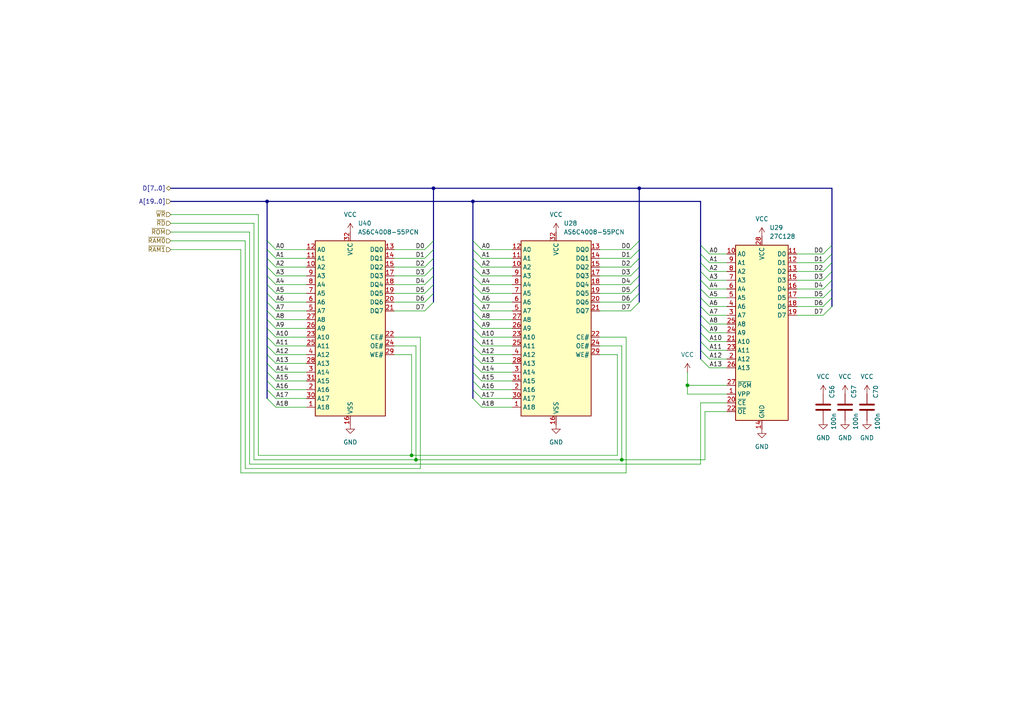
<source format=kicad_sch>
(kicad_sch (version 20250114) (generator "eeschema") (generator_version "9.0")
  (paper "A4")
  (title_block (title "Memory") (date "2025-06-18") (rev "A") (company "A.K."))
  (lib_symbols
    (symbol "Device:C" (pin_numbers (hide yes)) (pin_names (offset 0.254))
      (property "Reference" "C" (at 0.635 2.54 0))
      (property "Value" "C" (at 0.635 -2.54 0))
      (symbol "C_0_1"
        (polyline (pts (xy -2.032 0.762) (xy 2.032 0.762)) (stroke (width 0.508)))
        (polyline (pts (xy -2.032 -0.762) (xy 2.032 -0.762)) (stroke (width 0.508)))
      )
      (symbol "C_1_1"
        (pin passive line (at 0 3.81 270) (length 2.794) (name "~") (number "1"))
        (pin passive line (at 0 -3.81 90) (length 2.794) (name "~") (number "2"))
      )
    )
    (symbol "Memory_EPROM:27C128"
      (property "Reference" "U" (at -7.62 26.67 0))
      (property "Value" "27C128" (at 2.54 -26.67 0))
      (symbol "27C128_1_1"
        (rectangle (start -7.62 25.4) (end 7.62 -25.4) (stroke (width 0.254)) (fill (type background)))
        (pin input line (at -10.16 22.86 0) (length 2.54) (name "A0") (number "10"))
        (pin input line (at -10.16 20.32 0) (length 2.54) (name "A1") (number "9"))
        (pin input line (at -10.16 17.78 0) (length 2.54) (name "A2") (number "8"))
        (pin input line (at -10.16 15.24 0) (length 2.54) (name "A3") (number "7"))
        (pin input line (at -10.16 12.7 0) (length 2.54) (name "A4") (number "6"))
        (pin input line (at -10.16 10.16 0) (length 2.54) (name "A5") (number "5"))
        (pin input line (at -10.16 7.62 0) (length 2.54) (name "A6") (number "4"))
        (pin input line (at -10.16 5.08 0) (length 2.54) (name "A7") (number "3"))
        (pin input line (at -10.16 2.54 0) (length 2.54) (name "A8") (number "25"))
        (pin input line (at -10.16 0 0) (length 2.54) (name "A9") (number "24"))
        (pin input line (at -10.16 -2.54 0) (length 2.54) (name "A10") (number "21"))
        (pin input line (at -10.16 -5.08 0) (length 2.54) (name "A11") (number "23"))
        (pin input line (at -10.16 -7.62 0) (length 2.54) (name "A12") (number "2"))
        (pin input line (at -10.16 -10.16 0) (length 2.54) (name "A13") (number "26"))
        (pin input line (at -10.16 -15.24 0) (length 2.54) (name "~{PGM}") (number "27"))
        (pin input line (at -10.16 -17.78 0) (length 2.54) (name "VPP") (number "1"))
        (pin input line (at -10.16 -20.32 0) (length 2.54) (name "~{CE}") (number "20"))
        (pin input line (at -10.16 -22.86 0) (length 2.54) (name "~{OE}") (number "22"))
        (pin power_in line (at 0 27.94 270) (length 2.54) (name "VCC") (number "28"))
        (pin power_in line (at 0 -27.94 90) (length 2.54) (name "GND") (number "14"))
        (pin tri_state line (at 10.16 22.86 180) (length 2.54) (name "D0") (number "11"))
        (pin tri_state line (at 10.16 20.32 180) (length 2.54) (name "D1") (number "12"))
        (pin tri_state line (at 10.16 17.78 180) (length 2.54) (name "D2") (number "13"))
        (pin tri_state line (at 10.16 15.24 180) (length 2.54) (name "D3") (number "15"))
        (pin tri_state line (at 10.16 12.7 180) (length 2.54) (name "D4") (number "16"))
        (pin tri_state line (at 10.16 10.16 180) (length 2.54) (name "D5") (number "17"))
        (pin tri_state line (at 10.16 7.62 180) (length 2.54) (name "D6") (number "18"))
        (pin tri_state line (at 10.16 5.08 180) (length 2.54) (name "D7") (number "19"))
      )
    )
    (symbol "Memory_RAM:AS6C4008-55PCN"
      (property "Reference" "U" (at -10.16 26.035 0))
      (property "Value" "AS6C4008-55PCN" (at 2.54 26.035 0))
      (symbol "AS6C4008-55PCN_0_0"
        (pin power_in line (at 0 27.94 270) (length 2.54) (name "VCC") (number "32"))
        (pin power_in line (at 0 -27.94 90) (length 2.54) (name "VSS") (number "16"))
      )
      (symbol "AS6C4008-55PCN_0_1"
        (rectangle (start -10.16 25.4) (end 10.16 -25.4) (stroke (width 0.254)) (fill (type background)))
      )
      (symbol "AS6C4008-55PCN_1_1"
        (pin input line (at -12.7 22.86 0) (length 2.54) (name "A0") (number "12"))
        (pin input line (at -12.7 20.32 0) (length 2.54) (name "A1") (number "11"))
        (pin input line (at -12.7 17.78 0) (length 2.54) (name "A2") (number "10"))
        (pin input line (at -12.7 15.24 0) (length 2.54) (name "A3") (number "9"))
        (pin input line (at -12.7 12.7 0) (length 2.54) (name "A4") (number "8"))
        (pin input line (at -12.7 10.16 0) (length 2.54) (name "A5") (number "7"))
        (pin input line (at -12.7 7.62 0) (length 2.54) (name "A6") (number "6"))
        (pin input line (at -12.7 5.08 0) (length 2.54) (name "A7") (number "5"))
        (pin input line (at -12.7 2.54 0) (length 2.54) (name "A8") (number "27"))
        (pin input line (at -12.7 0 0) (length 2.54) (name "A9") (number "26"))
        (pin input line (at -12.7 -2.54 0) (length 2.54) (name "A10") (number "23"))
        (pin input line (at -12.7 -5.08 0) (length 2.54) (name "A11") (number "25"))
        (pin input line (at -12.7 -7.62 0) (length 2.54) (name "A12") (number "4"))
        (pin input line (at -12.7 -10.16 0) (length 2.54) (name "A13") (number "28"))
        (pin input line (at -12.7 -12.7 0) (length 2.54) (name "A14") (number "3"))
        (pin input line (at -12.7 -15.24 0) (length 2.54) (name "A15") (number "31"))
        (pin input line (at -12.7 -17.78 0) (length 2.54) (name "A16") (number "2"))
        (pin input line (at -12.7 -20.32 0) (length 2.54) (name "A17") (number "30"))
        (pin input line (at -12.7 -22.86 0) (length 2.54) (name "A18") (number "1"))
        (pin tri_state line (at 12.7 22.86 180) (length 2.54) (name "DQ0") (number "13"))
        (pin tri_state line (at 12.7 20.32 180) (length 2.54) (name "DQ1") (number "14"))
        (pin tri_state line (at 12.7 17.78 180) (length 2.54) (name "DQ2") (number "15"))
        (pin tri_state line (at 12.7 15.24 180) (length 2.54) (name "DQ3") (number "17"))
        (pin tri_state line (at 12.7 12.7 180) (length 2.54) (name "DQ4") (number "18"))
        (pin tri_state line (at 12.7 10.16 180) (length 2.54) (name "DQ5") (number "19"))
        (pin tri_state line (at 12.7 7.62 180) (length 2.54) (name "DQ6") (number "20"))
        (pin tri_state line (at 12.7 5.08 180) (length 2.54) (name "DQ7") (number "21"))
        (pin input line (at 12.7 -2.54 180) (length 2.54) (name "CE#") (number "22"))
        (pin input line (at 12.7 -5.08 180) (length 2.54) (name "OE#") (number "24"))
        (pin input line (at 12.7 -7.62 180) (length 2.54) (name "WE#") (number "29"))
      )
    )
    (symbol "power:GND" (power) (pin_numbers (hide yes)) (pin_names (offset 0) (hide yes))
      (property "Value" "GND" (at 0 -3.81 0))
      (symbol "GND_0_1"
        (polyline (pts (xy 0 0) (xy 0 -1.27) (xy 1.27 -1.27) (xy 0 -2.54) (xy -1.27 -1.27) (xy 0 -1.27)))
      )
      (symbol "GND_1_1"
        (pin power_in line (at 0 0 270) (length 0) (name "~") (number "1"))
      )
    )
    (symbol "power:VCC" (power) (pin_numbers (hide yes)) (pin_names (offset 0) (hide yes))
      (property "Value" "VCC" (at 0 3.556 0))
      (symbol "VCC_0_1"
        (polyline (pts (xy -0.762 1.27) (xy 0 2.54)))
        (polyline (pts (xy 0 2.54) (xy 0.762 1.27)))
        (polyline (pts (xy 0 0) (xy 0 2.54)))
      )
      (symbol "VCC_1_1"
        (pin power_in line (at 0 0 90) (length 0) (name "~") (number "1"))
      )
    )
  )
  (junction (at 125.73 54.61))
  (junction (at 185.42 54.61))
  (junction (at 199.39 111.76))
  (junction (at 180.34 133.35))
  (junction (at 77.47 58.42))
  (junction (at 119.38 132.08))
  (junction (at 137.16 58.42))
  (junction (at 120.65 133.35))
  (bus_entry (at 77.47 100.33) (size 2.54 2.54))
  (bus_entry (at 137.16 74.93) (size 2.54 2.54))
  (bus_entry (at 77.47 92.71) (size 2.54 2.54))
  (bus_entry (at 241.3 86.36) (size -2.54 2.54))
  (bus_entry (at 203.2 71.12) (size 2.54 2.54))
  (bus_entry (at 241.3 78.74) (size -2.54 2.54))
  (bus_entry (at 125.73 74.93) (size -2.54 2.54))
  (bus_entry (at 203.2 76.2) (size 2.54 2.54))
  (bus_entry (at 203.2 88.9) (size 2.54 2.54))
  (bus_entry (at 125.73 85.09) (size -2.54 2.54))
  (bus_entry (at 77.47 77.47) (size 2.54 2.54))
  (bus_entry (at 77.47 110.49) (size 2.54 2.54))
  (bus_entry (at 137.16 77.47) (size 2.54 2.54))
  (bus_entry (at 203.2 83.82) (size 2.54 2.54))
  (bus_entry (at 203.2 91.44) (size 2.54 2.54))
  (bus_entry (at 137.16 107.95) (size 2.54 2.54))
  (bus_entry (at 137.16 110.49) (size 2.54 2.54))
  (bus_entry (at 185.42 85.09) (size -2.54 2.54))
  (bus_entry (at 77.47 74.93) (size 2.54 2.54))
  (bus_entry (at 137.16 82.55) (size 2.54 2.54))
  (bus_entry (at 185.42 74.93) (size -2.54 2.54))
  (bus_entry (at 137.16 115.57) (size 2.54 2.54))
  (bus_entry (at 241.3 83.82) (size -2.54 2.54))
  (bus_entry (at 137.16 102.87) (size 2.54 2.54))
  (bus_entry (at 77.47 87.63) (size 2.54 2.54))
  (bus_entry (at 203.2 99.06) (size 2.54 2.54))
  (bus_entry (at 203.2 78.74) (size 2.54 2.54))
  (bus_entry (at 137.16 105.41) (size 2.54 2.54))
  (bus_entry (at 77.47 102.87) (size 2.54 2.54))
  (bus_entry (at 137.16 85.09) (size 2.54 2.54))
  (bus_entry (at 203.2 93.98) (size 2.54 2.54))
  (bus_entry (at 77.47 69.85) (size 2.54 2.54))
  (bus_entry (at 137.16 69.85) (size 2.54 2.54))
  (bus_entry (at 137.16 95.25) (size 2.54 2.54))
  (bus_entry (at 137.16 92.71) (size 2.54 2.54))
  (bus_entry (at 185.42 69.85) (size -2.54 2.54))
  (bus_entry (at 203.2 104.14) (size 2.54 2.54))
  (bus_entry (at 125.73 72.39) (size -2.54 2.54))
  (bus_entry (at 185.42 82.55) (size -2.54 2.54))
  (bus_entry (at 241.3 88.9) (size -2.54 2.54))
  (bus_entry (at 203.2 73.66) (size 2.54 2.54))
  (bus_entry (at 77.47 72.39) (size 2.54 2.54))
  (bus_entry (at 125.73 82.55) (size -2.54 2.54))
  (bus_entry (at 241.3 71.12) (size -2.54 2.54))
  (bus_entry (at 77.47 115.57) (size 2.54 2.54))
  (bus_entry (at 203.2 96.52) (size 2.54 2.54))
  (bus_entry (at 137.16 80.01) (size 2.54 2.54))
  (bus_entry (at 137.16 113.03) (size 2.54 2.54))
  (bus_entry (at 125.73 87.63) (size -2.54 2.54))
  (bus_entry (at 241.3 73.66) (size -2.54 2.54))
  (bus_entry (at 203.2 86.36) (size 2.54 2.54))
  (bus_entry (at 203.2 81.28) (size 2.54 2.54))
  (bus_entry (at 137.16 90.17) (size 2.54 2.54))
  (bus_entry (at 241.3 81.28) (size -2.54 2.54))
  (bus_entry (at 77.47 80.01) (size 2.54 2.54))
  (bus_entry (at 137.16 100.33) (size 2.54 2.54))
  (bus_entry (at 137.16 87.63) (size 2.54 2.54))
  (bus_entry (at 125.73 69.85) (size -2.54 2.54))
  (bus_entry (at 241.3 76.2) (size -2.54 2.54))
  (bus_entry (at 137.16 72.39) (size 2.54 2.54))
  (bus_entry (at 77.47 107.95) (size 2.54 2.54))
  (bus_entry (at 77.47 95.25) (size 2.54 2.54))
  (bus_entry (at 185.42 77.47) (size -2.54 2.54))
  (bus_entry (at 125.73 80.01) (size -2.54 2.54))
  (bus_entry (at 77.47 105.41) (size 2.54 2.54))
  (bus_entry (at 77.47 82.55) (size 2.54 2.54))
  (bus_entry (at 185.42 80.01) (size -2.54 2.54))
  (bus_entry (at 203.2 101.6) (size 2.54 2.54))
  (bus_entry (at 137.16 97.79) (size 2.54 2.54))
  (bus_entry (at 77.47 113.03) (size 2.54 2.54))
  (bus_entry (at 77.47 97.79) (size 2.54 2.54))
  (bus_entry (at 77.47 85.09) (size 2.54 2.54))
  (bus_entry (at 125.73 77.47) (size -2.54 2.54))
  (bus_entry (at 77.47 90.17) (size 2.54 2.54))
  (bus_entry (at 185.42 72.39) (size -2.54 2.54))
  (bus_entry (at 185.42 87.63) (size -2.54 2.54))
  (wire (pts (xy 205.74 78.74) (xy 210.82 78.74)))
  (bus (pts (xy 137.16 72.39) (xy 137.16 74.93)))
  (bus (pts (xy 185.42 69.85) (xy 185.42 72.39)))
  (bus (pts (xy 137.16 58.42) (xy 203.2 58.42)))
  (bus (pts (xy 137.16 85.09) (xy 137.16 87.63)))
  (bus (pts (xy 137.16 74.93) (xy 137.16 77.47)))
  (wire (pts (xy 139.7 118.11) (xy 148.59 118.11)))
  (bus (pts (xy 125.73 54.61) (xy 185.42 54.61)))
  (wire (pts (xy 173.99 77.47) (xy 182.88 77.47)))
  (wire (pts (xy 231.14 78.74) (xy 238.76 78.74)))
  (wire (pts (xy 180.34 100.33) (xy 173.99 100.33)))
  (bus (pts (xy 137.16 90.17) (xy 137.16 92.71)))
  (bus (pts (xy 203.2 76.2) (xy 203.2 78.74)))
  (bus (pts (xy 203.2 101.6) (xy 203.2 104.14)))
  (wire (pts (xy 114.3 85.09) (xy 123.19 85.09)))
  (wire (pts (xy 80.01 87.63) (xy 88.9 87.63)))
  (wire (pts (xy 173.99 72.39) (xy 182.88 72.39)))
  (bus (pts (xy 241.3 54.61) (xy 241.3 71.12)))
  (wire (pts (xy 80.01 74.93) (xy 88.9 74.93)))
  (bus (pts (xy 185.42 72.39) (xy 185.42 74.93)))
  (wire (pts (xy 49.53 72.39) (xy 69.85 72.39)))
  (bus (pts (xy 241.3 81.28) (xy 241.3 83.82)))
  (wire (pts (xy 72.39 67.31) (xy 72.39 134.62)))
  (wire (pts (xy 121.92 97.79) (xy 114.3 97.79)))
  (bus (pts (xy 137.16 110.49) (xy 137.16 113.03)))
  (wire (pts (xy 80.01 85.09) (xy 88.9 85.09)))
  (wire (pts (xy 205.74 106.68) (xy 210.82 106.68)))
  (bus (pts (xy 137.16 95.25) (xy 137.16 97.79)))
  (wire (pts (xy 203.2 116.84) (xy 210.82 116.84)))
  (bus (pts (xy 125.73 82.55) (xy 125.73 85.09)))
  (wire (pts (xy 203.2 134.62) (xy 203.2 116.84)))
  (wire (pts (xy 74.93 62.23) (xy 74.93 132.08)))
  (bus (pts (xy 125.73 77.47) (xy 125.73 80.01)))
  (wire (pts (xy 179.07 132.08) (xy 179.07 102.87)))
  (wire (pts (xy 205.74 76.2) (xy 210.82 76.2)))
  (wire (pts (xy 205.74 73.66) (xy 210.82 73.66)))
  (wire (pts (xy 231.14 88.9) (xy 238.76 88.9)))
  (wire (pts (xy 139.7 74.93) (xy 148.59 74.93)))
  (bus (pts (xy 77.47 100.33) (xy 77.47 102.87)))
  (wire (pts (xy 231.14 91.44) (xy 238.76 91.44)))
  (wire (pts (xy 80.01 105.41) (xy 88.9 105.41)))
  (bus (pts (xy 49.53 58.42) (xy 77.47 58.42)))
  (wire (pts (xy 72.39 134.62) (xy 203.2 134.62)))
  (bus (pts (xy 203.2 96.52) (xy 203.2 99.06)))
  (wire (pts (xy 204.47 133.35) (xy 204.47 119.38)))
  (wire (pts (xy 139.7 77.47) (xy 148.59 77.47)))
  (wire (pts (xy 199.39 111.76) (xy 199.39 107.95)))
  (bus (pts (xy 77.47 87.63) (xy 77.47 90.17)))
  (wire (pts (xy 173.99 90.17) (xy 182.88 90.17)))
  (wire (pts (xy 231.14 86.36) (xy 238.76 86.36)))
  (wire (pts (xy 139.7 82.55) (xy 148.59 82.55)))
  (wire (pts (xy 231.14 81.28) (xy 238.76 81.28)))
  (wire (pts (xy 205.74 86.36) (xy 210.82 86.36)))
  (bus (pts (xy 77.47 113.03) (xy 77.47 115.57)))
  (wire (pts (xy 231.14 73.66) (xy 238.76 73.66)))
  (wire (pts (xy 139.7 95.25) (xy 148.59 95.25)))
  (wire (pts (xy 210.82 114.3) (xy 199.39 114.3)))
  (wire (pts (xy 80.01 118.11) (xy 88.9 118.11)))
  (bus (pts (xy 137.16 100.33) (xy 137.16 102.87)))
  (wire (pts (xy 80.01 72.39) (xy 88.9 72.39)))
  (wire (pts (xy 114.3 87.63) (xy 123.19 87.63)))
  (wire (pts (xy 139.7 115.57) (xy 148.59 115.57)))
  (bus (pts (xy 77.47 105.41) (xy 77.47 107.95)))
  (bus (pts (xy 185.42 80.01) (xy 185.42 82.55)))
  (wire (pts (xy 139.7 100.33) (xy 148.59 100.33)))
  (wire (pts (xy 204.47 119.38) (xy 210.82 119.38)))
  (bus (pts (xy 137.16 92.71) (xy 137.16 95.25)))
  (bus (pts (xy 77.47 58.42) (xy 137.16 58.42)))
  (bus (pts (xy 137.16 107.95) (xy 137.16 110.49)))
  (bus (pts (xy 137.16 77.47) (xy 137.16 80.01)))
  (wire (pts (xy 173.99 74.93) (xy 182.88 74.93)))
  (bus (pts (xy 77.47 110.49) (xy 77.47 113.03)))
  (bus (pts (xy 77.47 82.55) (xy 77.47 85.09)))
  (bus (pts (xy 203.2 78.74) (xy 203.2 81.28)))
  (wire (pts (xy 80.01 97.79) (xy 88.9 97.79)))
  (wire (pts (xy 80.01 77.47) (xy 88.9 77.47)))
  (bus (pts (xy 49.53 54.61) (xy 125.73 54.61)))
  (bus (pts (xy 77.47 69.85) (xy 77.47 72.39)))
  (bus (pts (xy 185.42 54.61) (xy 241.3 54.61)))
  (bus (pts (xy 77.47 102.87) (xy 77.47 105.41)))
  (bus (pts (xy 137.16 113.03) (xy 137.16 115.57)))
  (bus (pts (xy 77.47 74.93) (xy 77.47 77.47)))
  (wire (pts (xy 49.53 62.23) (xy 74.93 62.23)))
  (bus (pts (xy 185.42 82.55) (xy 185.42 85.09)))
  (wire (pts (xy 210.82 111.76) (xy 199.39 111.76)))
  (wire (pts (xy 120.65 133.35) (xy 180.34 133.35)))
  (wire (pts (xy 199.39 114.3) (xy 199.39 111.76)))
  (bus (pts (xy 241.3 76.2) (xy 241.3 78.74)))
  (wire (pts (xy 119.38 102.87) (xy 114.3 102.87)))
  (wire (pts (xy 181.61 137.16) (xy 181.61 97.79)))
  (bus (pts (xy 203.2 88.9) (xy 203.2 91.44)))
  (wire (pts (xy 114.3 80.01) (xy 123.19 80.01)))
  (wire (pts (xy 71.12 135.89) (xy 121.92 135.89)))
  (bus (pts (xy 203.2 99.06) (xy 203.2 101.6)))
  (wire (pts (xy 49.53 69.85) (xy 71.12 69.85)))
  (wire (pts (xy 139.7 87.63) (xy 148.59 87.63)))
  (wire (pts (xy 80.01 80.01) (xy 88.9 80.01)))
  (wire (pts (xy 173.99 82.55) (xy 182.88 82.55)))
  (wire (pts (xy 119.38 132.08) (xy 179.07 132.08)))
  (bus (pts (xy 137.16 102.87) (xy 137.16 105.41)))
  (wire (pts (xy 231.14 83.82) (xy 238.76 83.82)))
  (wire (pts (xy 173.99 85.09) (xy 182.88 85.09)))
  (wire (pts (xy 49.53 64.77) (xy 73.66 64.77)))
  (wire (pts (xy 71.12 69.85) (xy 71.12 135.89)))
  (bus (pts (xy 77.47 85.09) (xy 77.47 87.63)))
  (wire (pts (xy 74.93 132.08) (xy 119.38 132.08)))
  (wire (pts (xy 179.07 102.87) (xy 173.99 102.87)))
  (bus (pts (xy 125.73 72.39) (xy 125.73 74.93)))
  (bus (pts (xy 185.42 74.93) (xy 185.42 77.47)))
  (wire (pts (xy 173.99 80.01) (xy 182.88 80.01)))
  (wire (pts (xy 119.38 132.08) (xy 119.38 102.87)))
  (bus (pts (xy 77.47 107.95) (xy 77.47 110.49)))
  (bus (pts (xy 203.2 58.42) (xy 203.2 71.12)))
  (wire (pts (xy 139.7 90.17) (xy 148.59 90.17)))
  (bus (pts (xy 185.42 77.47) (xy 185.42 80.01)))
  (bus (pts (xy 137.16 82.55) (xy 137.16 85.09)))
  (wire (pts (xy 205.74 93.98) (xy 210.82 93.98)))
  (bus (pts (xy 77.47 95.25) (xy 77.47 97.79)))
  (bus (pts (xy 77.47 58.42) (xy 77.47 69.85)))
  (wire (pts (xy 73.66 64.77) (xy 73.66 133.35)))
  (wire (pts (xy 120.65 100.33) (xy 114.3 100.33)))
  (wire (pts (xy 205.74 88.9) (xy 210.82 88.9)))
  (wire (pts (xy 139.7 113.03) (xy 148.59 113.03)))
  (wire (pts (xy 139.7 97.79) (xy 148.59 97.79)))
  (bus (pts (xy 77.47 72.39) (xy 77.47 74.93)))
  (wire (pts (xy 139.7 105.41) (xy 148.59 105.41)))
  (wire (pts (xy 80.01 90.17) (xy 88.9 90.17)))
  (wire (pts (xy 121.92 135.89) (xy 121.92 97.79)))
  (wire (pts (xy 80.01 107.95) (xy 88.9 107.95)))
  (bus (pts (xy 185.42 85.09) (xy 185.42 87.63)))
  (wire (pts (xy 139.7 80.01) (xy 148.59 80.01)))
  (bus (pts (xy 185.42 54.61) (xy 185.42 69.85)))
  (bus (pts (xy 203.2 73.66) (xy 203.2 76.2)))
  (wire (pts (xy 139.7 72.39) (xy 148.59 72.39)))
  (wire (pts (xy 114.3 74.93) (xy 123.19 74.93)))
  (bus (pts (xy 77.47 90.17) (xy 77.47 92.71)))
  (wire (pts (xy 114.3 90.17) (xy 123.19 90.17)))
  (wire (pts (xy 139.7 107.95) (xy 148.59 107.95)))
  (bus (pts (xy 125.73 80.01) (xy 125.73 82.55)))
  (bus (pts (xy 137.16 69.85) (xy 137.16 72.39)))
  (bus (pts (xy 241.3 71.12) (xy 241.3 73.66)))
  (wire (pts (xy 205.74 96.52) (xy 210.82 96.52)))
  (bus (pts (xy 241.3 83.82) (xy 241.3 86.36)))
  (bus (pts (xy 77.47 97.79) (xy 77.47 100.33)))
  (wire (pts (xy 73.66 133.35) (xy 120.65 133.35)))
  (bus (pts (xy 203.2 91.44) (xy 203.2 93.98)))
  (wire (pts (xy 173.99 87.63) (xy 182.88 87.63)))
  (bus (pts (xy 137.16 105.41) (xy 137.16 107.95)))
  (wire (pts (xy 69.85 137.16) (xy 181.61 137.16)))
  (wire (pts (xy 205.74 83.82) (xy 210.82 83.82)))
  (bus (pts (xy 203.2 71.12) (xy 203.2 73.66)))
  (wire (pts (xy 139.7 110.49) (xy 148.59 110.49)))
  (wire (pts (xy 139.7 92.71) (xy 148.59 92.71)))
  (wire (pts (xy 114.3 82.55) (xy 123.19 82.55)))
  (bus (pts (xy 125.73 85.09) (xy 125.73 87.63)))
  (bus (pts (xy 77.47 92.71) (xy 77.47 95.25)))
  (wire (pts (xy 180.34 133.35) (xy 180.34 100.33)))
  (wire (pts (xy 80.01 95.25) (xy 88.9 95.25)))
  (bus (pts (xy 125.73 54.61) (xy 125.73 69.85)))
  (wire (pts (xy 80.01 82.55) (xy 88.9 82.55)))
  (wire (pts (xy 80.01 92.71) (xy 88.9 92.71)))
  (wire (pts (xy 49.53 67.31) (xy 72.39 67.31)))
  (bus (pts (xy 241.3 86.36) (xy 241.3 88.9)))
  (wire (pts (xy 139.7 85.09) (xy 148.59 85.09)))
  (bus (pts (xy 137.16 87.63) (xy 137.16 90.17)))
  (bus (pts (xy 203.2 86.36) (xy 203.2 88.9)))
  (wire (pts (xy 181.61 97.79) (xy 173.99 97.79)))
  (wire (pts (xy 80.01 100.33) (xy 88.9 100.33)))
  (wire (pts (xy 120.65 133.35) (xy 120.65 100.33)))
  (bus (pts (xy 77.47 80.01) (xy 77.47 82.55)))
  (bus (pts (xy 137.16 97.79) (xy 137.16 100.33)))
  (bus (pts (xy 203.2 81.28) (xy 203.2 83.82)))
  (bus (pts (xy 203.2 93.98) (xy 203.2 96.52)))
  (bus (pts (xy 137.16 58.42) (xy 137.16 69.85)))
  (wire (pts (xy 180.34 133.35) (xy 204.47 133.35)))
  (bus (pts (xy 125.73 74.93) (xy 125.73 77.47)))
  (wire (pts (xy 205.74 81.28) (xy 210.82 81.28)))
  (wire (pts (xy 231.14 76.2) (xy 238.76 76.2)))
  (wire (pts (xy 80.01 102.87) (xy 88.9 102.87)))
  (wire (pts (xy 205.74 101.6) (xy 210.82 101.6)))
  (wire (pts (xy 114.3 72.39) (xy 123.19 72.39)))
  (wire (pts (xy 80.01 115.57) (xy 88.9 115.57)))
  (wire (pts (xy 205.74 91.44) (xy 210.82 91.44)))
  (bus (pts (xy 241.3 78.74) (xy 241.3 81.28)))
  (wire (pts (xy 80.01 113.03) (xy 88.9 113.03)))
  (bus (pts (xy 203.2 83.82) (xy 203.2 86.36)))
  (bus (pts (xy 125.73 69.85) (xy 125.73 72.39)))
  (bus (pts (xy 77.47 77.47) (xy 77.47 80.01)))
  (wire (pts (xy 69.85 72.39) (xy 69.85 137.16)))
  (wire (pts (xy 205.74 99.06) (xy 210.82 99.06)))
  (wire (pts (xy 205.74 104.14) (xy 210.82 104.14)))
  (wire (pts (xy 114.3 77.47) (xy 123.19 77.47)))
  (wire (pts (xy 80.01 110.49) (xy 88.9 110.49)))
  (wire (pts (xy 139.7 102.87) (xy 148.59 102.87)))
  (bus (pts (xy 137.16 80.01) (xy 137.16 82.55)))
  (bus (pts (xy 241.3 73.66) (xy 241.3 76.2)))
  (label "D6" (at 238.76 88.9 180))
  (label "A10" (at 205.74 99.06 0))
  (label "A8" (at 139.7 92.71 0))
  (label "A1" (at 80.01 74.93 0))
  (label "A15" (at 80.01 110.49 0))
  (label "A9" (at 205.74 96.52 0))
  (label "D4" (at 238.76 83.82 180))
  (label "A4" (at 205.74 83.82 0))
  (label "D7" (at 238.76 91.44 180))
  (label "A7" (at 205.74 91.44 0))
  (label "A1" (at 205.74 76.2 0))
  (label "A6" (at 139.7 87.63 0))
  (label "D4" (at 182.88 82.55 180))
  (label "D3" (at 238.76 81.28 180))
  (label "A9" (at 80.01 95.25 0))
  (label "A8" (at 80.01 92.71 0))
  (label "A0" (at 80.01 72.39 0))
  (label "A11" (at 80.01 100.33 0))
  (label "A1" (at 139.7 74.93 0))
  (label "A18" (at 139.7 118.11 0))
  (label "A4" (at 80.01 82.55 0))
  (label "A2" (at 139.7 77.47 0))
  (label "A11" (at 139.7 100.33 0))
  (label "A3" (at 205.74 81.28 0))
  (label "D0" (at 182.88 72.39 180))
  (label "D3" (at 123.19 80.01 180))
  (label "A7" (at 80.01 90.17 0))
  (label "A13" (at 80.01 105.41 0))
  (label "D4" (at 123.19 82.55 180))
  (label "A4" (at 139.7 82.55 0))
  (label "D2" (at 123.19 77.47 180))
  (label "A6" (at 205.74 88.9 0))
  (label "D6" (at 182.88 87.63 180))
  (label "A2" (at 80.01 77.47 0))
  (label "A11" (at 205.74 101.6 0))
  (label "A6" (at 80.01 87.63 0))
  (label "A13" (at 205.74 106.68 0))
  (label "D1" (at 182.88 74.93 180))
  (label "A8" (at 205.74 93.98 0))
  (label "D5" (at 238.76 86.36 180))
  (label "A13" (at 139.7 105.41 0))
  (label "A5" (at 205.74 86.36 0))
  (label "A0" (at 205.74 73.66 0))
  (label "A10" (at 139.7 97.79 0))
  (label "A7" (at 139.7 90.17 0))
  (label "D3" (at 182.88 80.01 180))
  (label "D0" (at 238.76 73.66 180))
  (label "D7" (at 182.88 90.17 180))
  (label "A17" (at 139.7 115.57 0))
  (label "A3" (at 139.7 80.01 0))
  (label "A16" (at 80.01 113.03 0))
  (label "D2" (at 182.88 77.47 180))
  (label "A12" (at 205.74 104.14 0))
  (label "D6" (at 123.19 87.63 180))
  (label "A12" (at 80.01 102.87 0))
  (label "A18" (at 80.01 118.11 0))
  (label "A14" (at 139.7 107.95 0))
  (label "A5" (at 80.01 85.09 0))
  (label "A3" (at 80.01 80.01 0))
  (label "D2" (at 238.76 78.74 180))
  (label "D5" (at 123.19 85.09 180))
  (label "A17" (at 80.01 115.57 0))
  (label "D7" (at 123.19 90.17 180))
  (label "A15" (at 139.7 110.49 0))
  (label "A0" (at 139.7 72.39 0))
  (label "D1" (at 123.19 74.93 180))
  (label "A5" (at 139.7 85.09 0))
  (label "A12" (at 139.7 102.87 0))
  (label "D1" (at 238.76 76.2 180))
  (label "A2" (at 205.74 78.74 0))
  (label "A10" (at 80.01 97.79 0))
  (label "A14" (at 80.01 107.95 0))
  (label "A16" (at 139.7 113.03 0))
  (label "D5" (at 182.88 85.09 180))
  (label "A9" (at 139.7 95.25 0))
  (label "D0" (at 123.19 72.39 180))
  (hierarchical_label "A[19..0]" (shape input) (at 49.53 58.42 180))
  (hierarchical_label "~{RD}" (shape input) (at 49.53 64.77 180))
  (hierarchical_label "~{RAM0}" (shape input) (at 49.53 69.85 180))
  (hierarchical_label "~{WR}" (shape input) (at 49.53 62.23 180))
  (hierarchical_label "~{RAM1}" (shape input) (at 49.53 72.39 180))
  (hierarchical_label "D[7..0]" (shape bidirectional) (at 49.53 54.61 180))
  (hierarchical_label "~{ROM}" (shape input) (at 49.53 67.31 180))
  (symbol (lib_id "Device:C") (at 238.76 118.11 0) (unit 1)
    (property "Reference" "C56" (at 241.3 115.57 90) (effects (justify left)))
    (property "Value" "100n" (at 241.808 124.714 90) (effects (justify left)))
    (property "Footprint" "Capacitor_THT:C_Disc_D5.0mm_W2.5mm_P2.50mm" (effects (hide yes)))
    (property "Description" "Unpolarized capacitor" (effects (hide yes)))
  )
  (symbol (lib_id "power:VCC") (at 101.6 67.31 0) (unit 1)
    (property "Reference" "#PWR0169" (effects (hide yes)))
    (property "Value" "VCC" (at 101.6 62.23 0))
    (property "Description" "Power symbol creates a global label with name \"VCC\"" (effects (hide yes)))
  )
  (symbol (lib_id "Memory_RAM:AS6C4008-55PCN") (at 101.6 95.25 0) (unit 1)
    (property "Reference" "U40" (at 103.7941 64.77 0) (effects (justify left)))
    (property "Value" "AS6C4008-55PCN" (at 103.7941 67.31 0) (effects (justify left)))
    (property "Footprint" "Package_DIP:DIP-32_W15.24mm" (effects (hide yes)))
    (property "Datasheet" "https://www.alliancememory.com/wp-content/uploads/pdf/AS6C4008.pdf" (effects (hide yes)))
    (property "Description" "512K x 8 Low Power CMOS RAM, DIP-32" (effects (hide yes)))
  )
  (symbol (lib_id "Memory_RAM:AS6C4008-55PCN") (at 161.29 95.25 0) (unit 1)
    (property "Reference" "U28" (at 163.4841 64.77 0) (effects (justify left)))
    (property "Value" "AS6C4008-55PCN" (at 163.4841 67.31 0) (effects (justify left)))
    (property "Footprint" "Package_DIP:DIP-32_W15.24mm" (effects (hide yes)))
    (property "Datasheet" "https://www.alliancememory.com/wp-content/uploads/pdf/AS6C4008.pdf" (effects (hide yes)))
    (property "Description" "512K x 8 Low Power CMOS RAM, DIP-32" (effects (hide yes)))
  )
  (symbol (lib_id "power:VCC") (at 245.11 114.3 0) (unit 1)
    (property "Reference" "#PWR0180" (effects (hide yes)))
    (property "Value" "VCC" (at 245.11 109.22 0))
    (property "Description" "Power symbol creates a global label with name \"VCC\"" (effects (hide yes)))
  )
  (symbol (lib_id "power:GND") (at 238.76 121.92 0) (unit 1)
    (property "Reference" "#PWR0179" (effects (hide yes)))
    (property "Value" "GND" (at 238.76 127 0))
    (property "Description" "Power symbol creates a global label with name \"GND\" , ground" (effects (hide yes)))
  )
  (symbol (lib_id "power:GND") (at 220.98 124.46 0) (unit 1)
    (property "Reference" "#PWR0175" (effects (hide yes)))
    (property "Value" "GND" (at 220.98 129.54 0))
    (property "Description" "Power symbol creates a global label with name \"GND\" , ground" (effects (hide yes)))
  )
  (symbol (lib_id "power:VCC") (at 251.46 114.3 0) (unit 1)
    (property "Reference" "#PWR0182" (effects (hide yes)))
    (property "Value" "VCC" (at 251.46 109.22 0))
    (property "Description" "Power symbol creates a global label with name \"VCC\"" (effects (hide yes)))
  )
  (symbol (lib_id "Device:C") (at 251.46 118.11 0) (unit 1)
    (property "Reference" "C70" (at 254 115.57 90) (effects (justify left)))
    (property "Value" "100n" (at 254.508 124.714 90) (effects (justify left)))
    (property "Footprint" "Capacitor_THT:C_Disc_D5.0mm_W2.5mm_P2.50mm" (effects (hide yes)))
    (property "Description" "Unpolarized capacitor" (effects (hide yes)))
  )
  (symbol (lib_id "power:GND") (at 251.46 121.92 0) (unit 1)
    (property "Reference" "#PWR0183" (effects (hide yes)))
    (property "Value" "GND" (at 251.46 127 0))
    (property "Description" "Power symbol creates a global label with name \"GND\" , ground" (effects (hide yes)))
  )
  (symbol (lib_id "power:VCC") (at 161.29 67.31 0) (unit 1)
    (property "Reference" "#PWR0171" (effects (hide yes)))
    (property "Value" "VCC" (at 161.29 62.23 0))
    (property "Description" "Power symbol creates a global label with name \"VCC\"" (effects (hide yes)))
  )
  (symbol (lib_id "Device:C") (at 245.11 118.11 0) (unit 1)
    (property "Reference" "C57" (at 247.65 115.57 90) (effects (justify left)))
    (property "Value" "100n" (at 248.158 124.714 90) (effects (justify left)))
    (property "Footprint" "Capacitor_THT:C_Disc_D5.0mm_W2.5mm_P2.50mm" (effects (hide yes)))
    (property "Description" "Unpolarized capacitor" (effects (hide yes)))
  )
  (symbol (lib_id "Memory_EPROM:27C128") (at 220.98 96.52 0) (unit 1)
    (property "Reference" "U29" (at 223.1741 66.04 0) (effects (justify left)))
    (property "Value" "27C128" (at 223.1741 68.58 0) (effects (justify left)))
    (property "Footprint" "Package_DIP:DIP-28_W15.24mm" (effects (hide yes)))
    (property "Datasheet" "http://ww1.microchip.com/downloads/en/devicedoc/11003L.pdf" (effects (hide yes)))
    (property "Description" "OTP EPROM 128 KiBit, [Obsolete 2004-01]" (effects (hide yes)))
  )
  (symbol (lib_id "power:GND") (at 161.29 123.19 0) (unit 1)
    (property "Reference" "#PWR0172" (effects (hide yes)))
    (property "Value" "GND" (at 161.29 128.27 0))
    (property "Description" "Power symbol creates a global label with name \"GND\" , ground" (effects (hide yes)))
  )
  (symbol (lib_id "power:VCC") (at 238.76 114.3 0) (unit 1)
    (property "Reference" "#PWR0178" (effects (hide yes)))
    (property "Value" "VCC" (at 238.76 109.22 0))
    (property "Description" "Power symbol creates a global label with name \"VCC\"" (effects (hide yes)))
  )
  (symbol (lib_id "power:GND") (at 101.6 123.19 0) (unit 1)
    (property "Reference" "#PWR0170" (effects (hide yes)))
    (property "Value" "GND" (at 101.6 128.27 0))
    (property "Description" "Power symbol creates a global label with name \"GND\" , ground" (effects (hide yes)))
  )
  (symbol (lib_id "power:GND") (at 245.11 121.92 0) (unit 1)
    (property "Reference" "#PWR0181" (effects (hide yes)))
    (property "Value" "GND" (at 245.11 127 0))
    (property "Description" "Power symbol creates a global label with name \"GND\" , ground" (effects (hide yes)))
  )
  (symbol (lib_id "power:VCC") (at 220.98 68.58 0) (unit 1)
    (property "Reference" "#PWR0174" (effects (hide yes)))
    (property "Value" "VCC" (at 220.98 63.5 0))
    (property "Description" "Power symbol creates a global label with name \"VCC\"" (effects (hide yes)))
  )
  (symbol (lib_id "power:VCC") (at 199.39 107.95 0) (unit 1)
    (property "Reference" "#PWR0173" (effects (hide yes)))
    (property "Value" "VCC" (at 199.39 102.87 0))
    (property "Description" "Power symbol creates a global label with name \"VCC\"" (effects (hide yes)))
  )
)
</source>
